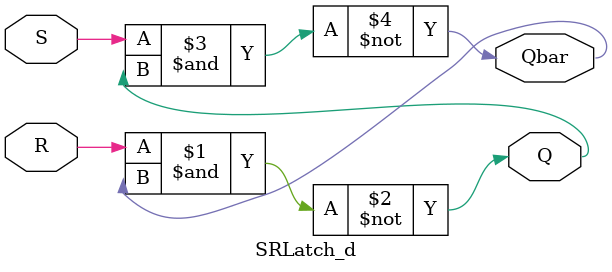
<source format=v>
`timescale 1ns / 1ps


module SRLatch_d(
    input S,R , output Q,Qbar
    );
    
    assign Q    = ~(R & Qbar);
    assign Qbar = ~(S & Q);
    
endmodule

</source>
